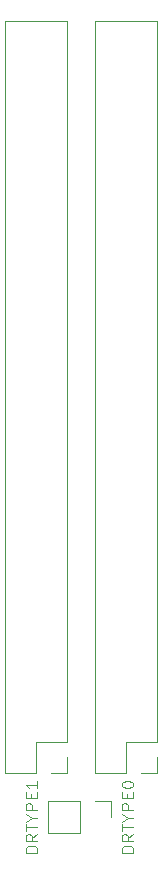
<source format=gbr>
%TF.GenerationSoftware,KiCad,Pcbnew,9.0.4*%
%TF.CreationDate,2025-11-09T10:18:35+13:00*%
%TF.ProjectId,AWS_CPU_Jumper,4157535f-4350-4555-9f4a-756d7065722e,rev?*%
%TF.SameCoordinates,Original*%
%TF.FileFunction,Legend,Top*%
%TF.FilePolarity,Positive*%
%FSLAX46Y46*%
G04 Gerber Fmt 4.6, Leading zero omitted, Abs format (unit mm)*
G04 Created by KiCad (PCBNEW 9.0.4) date 2025-11-09 10:18:35*
%MOMM*%
%LPD*%
G01*
G04 APERTURE LIST*
%ADD10C,0.100000*%
%ADD11C,0.120000*%
G04 APERTURE END LIST*
D10*
X133984419Y-135078115D02*
X132984419Y-135078115D01*
X132984419Y-135078115D02*
X132984419Y-134840020D01*
X132984419Y-134840020D02*
X133032038Y-134697163D01*
X133032038Y-134697163D02*
X133127276Y-134601925D01*
X133127276Y-134601925D02*
X133222514Y-134554306D01*
X133222514Y-134554306D02*
X133412990Y-134506687D01*
X133412990Y-134506687D02*
X133555847Y-134506687D01*
X133555847Y-134506687D02*
X133746323Y-134554306D01*
X133746323Y-134554306D02*
X133841561Y-134601925D01*
X133841561Y-134601925D02*
X133936800Y-134697163D01*
X133936800Y-134697163D02*
X133984419Y-134840020D01*
X133984419Y-134840020D02*
X133984419Y-135078115D01*
X133984419Y-133506687D02*
X133508228Y-133840020D01*
X133984419Y-134078115D02*
X132984419Y-134078115D01*
X132984419Y-134078115D02*
X132984419Y-133697163D01*
X132984419Y-133697163D02*
X133032038Y-133601925D01*
X133032038Y-133601925D02*
X133079657Y-133554306D01*
X133079657Y-133554306D02*
X133174895Y-133506687D01*
X133174895Y-133506687D02*
X133317752Y-133506687D01*
X133317752Y-133506687D02*
X133412990Y-133554306D01*
X133412990Y-133554306D02*
X133460609Y-133601925D01*
X133460609Y-133601925D02*
X133508228Y-133697163D01*
X133508228Y-133697163D02*
X133508228Y-134078115D01*
X132984419Y-133220972D02*
X132984419Y-132649544D01*
X133984419Y-132935258D02*
X132984419Y-132935258D01*
X133508228Y-132125734D02*
X133984419Y-132125734D01*
X132984419Y-132459067D02*
X133508228Y-132125734D01*
X133508228Y-132125734D02*
X132984419Y-131792401D01*
X133984419Y-131459067D02*
X132984419Y-131459067D01*
X132984419Y-131459067D02*
X132984419Y-131078115D01*
X132984419Y-131078115D02*
X133032038Y-130982877D01*
X133032038Y-130982877D02*
X133079657Y-130935258D01*
X133079657Y-130935258D02*
X133174895Y-130887639D01*
X133174895Y-130887639D02*
X133317752Y-130887639D01*
X133317752Y-130887639D02*
X133412990Y-130935258D01*
X133412990Y-130935258D02*
X133460609Y-130982877D01*
X133460609Y-130982877D02*
X133508228Y-131078115D01*
X133508228Y-131078115D02*
X133508228Y-131459067D01*
X133460609Y-130459067D02*
X133460609Y-130125734D01*
X133984419Y-129982877D02*
X133984419Y-130459067D01*
X133984419Y-130459067D02*
X132984419Y-130459067D01*
X132984419Y-130459067D02*
X132984419Y-129982877D01*
X132984419Y-129363829D02*
X132984419Y-129268591D01*
X132984419Y-129268591D02*
X133032038Y-129173353D01*
X133032038Y-129173353D02*
X133079657Y-129125734D01*
X133079657Y-129125734D02*
X133174895Y-129078115D01*
X133174895Y-129078115D02*
X133365371Y-129030496D01*
X133365371Y-129030496D02*
X133603466Y-129030496D01*
X133603466Y-129030496D02*
X133793942Y-129078115D01*
X133793942Y-129078115D02*
X133889180Y-129125734D01*
X133889180Y-129125734D02*
X133936800Y-129173353D01*
X133936800Y-129173353D02*
X133984419Y-129268591D01*
X133984419Y-129268591D02*
X133984419Y-129363829D01*
X133984419Y-129363829D02*
X133936800Y-129459067D01*
X133936800Y-129459067D02*
X133889180Y-129506686D01*
X133889180Y-129506686D02*
X133793942Y-129554305D01*
X133793942Y-129554305D02*
X133603466Y-129601924D01*
X133603466Y-129601924D02*
X133365371Y-129601924D01*
X133365371Y-129601924D02*
X133174895Y-129554305D01*
X133174895Y-129554305D02*
X133079657Y-129506686D01*
X133079657Y-129506686D02*
X133032038Y-129459067D01*
X133032038Y-129459067D02*
X132984419Y-129363829D01*
X125856419Y-135078115D02*
X124856419Y-135078115D01*
X124856419Y-135078115D02*
X124856419Y-134840020D01*
X124856419Y-134840020D02*
X124904038Y-134697163D01*
X124904038Y-134697163D02*
X124999276Y-134601925D01*
X124999276Y-134601925D02*
X125094514Y-134554306D01*
X125094514Y-134554306D02*
X125284990Y-134506687D01*
X125284990Y-134506687D02*
X125427847Y-134506687D01*
X125427847Y-134506687D02*
X125618323Y-134554306D01*
X125618323Y-134554306D02*
X125713561Y-134601925D01*
X125713561Y-134601925D02*
X125808800Y-134697163D01*
X125808800Y-134697163D02*
X125856419Y-134840020D01*
X125856419Y-134840020D02*
X125856419Y-135078115D01*
X125856419Y-133506687D02*
X125380228Y-133840020D01*
X125856419Y-134078115D02*
X124856419Y-134078115D01*
X124856419Y-134078115D02*
X124856419Y-133697163D01*
X124856419Y-133697163D02*
X124904038Y-133601925D01*
X124904038Y-133601925D02*
X124951657Y-133554306D01*
X124951657Y-133554306D02*
X125046895Y-133506687D01*
X125046895Y-133506687D02*
X125189752Y-133506687D01*
X125189752Y-133506687D02*
X125284990Y-133554306D01*
X125284990Y-133554306D02*
X125332609Y-133601925D01*
X125332609Y-133601925D02*
X125380228Y-133697163D01*
X125380228Y-133697163D02*
X125380228Y-134078115D01*
X124856419Y-133220972D02*
X124856419Y-132649544D01*
X125856419Y-132935258D02*
X124856419Y-132935258D01*
X125380228Y-132125734D02*
X125856419Y-132125734D01*
X124856419Y-132459067D02*
X125380228Y-132125734D01*
X125380228Y-132125734D02*
X124856419Y-131792401D01*
X125856419Y-131459067D02*
X124856419Y-131459067D01*
X124856419Y-131459067D02*
X124856419Y-131078115D01*
X124856419Y-131078115D02*
X124904038Y-130982877D01*
X124904038Y-130982877D02*
X124951657Y-130935258D01*
X124951657Y-130935258D02*
X125046895Y-130887639D01*
X125046895Y-130887639D02*
X125189752Y-130887639D01*
X125189752Y-130887639D02*
X125284990Y-130935258D01*
X125284990Y-130935258D02*
X125332609Y-130982877D01*
X125332609Y-130982877D02*
X125380228Y-131078115D01*
X125380228Y-131078115D02*
X125380228Y-131459067D01*
X125332609Y-130459067D02*
X125332609Y-130125734D01*
X125856419Y-129982877D02*
X125856419Y-130459067D01*
X125856419Y-130459067D02*
X124856419Y-130459067D01*
X124856419Y-130459067D02*
X124856419Y-129982877D01*
X125856419Y-129030496D02*
X125856419Y-129601924D01*
X125856419Y-129316210D02*
X124856419Y-129316210D01*
X124856419Y-129316210D02*
X124999276Y-129411448D01*
X124999276Y-129411448D02*
X125094514Y-129506686D01*
X125094514Y-129506686D02*
X125142133Y-129601924D01*
D11*
%TO.C,J1*%
X123080000Y-128380000D02*
X123080000Y-64660000D01*
X125730000Y-125730000D02*
X125730000Y-128380000D01*
X125730000Y-128380000D02*
X123080000Y-128380000D01*
X128380000Y-64660000D02*
X123080000Y-64660000D01*
X128380000Y-125730000D02*
X125730000Y-125730000D01*
X128380000Y-125730000D02*
X128380000Y-64660000D01*
X128380000Y-127000000D02*
X128380000Y-128380000D01*
X128380000Y-128380000D02*
X127000000Y-128380000D01*
%TO.C,J3*%
X126780000Y-130700000D02*
X126780000Y-133460000D01*
X129430000Y-130700000D02*
X126780000Y-130700000D01*
X129430000Y-130700000D02*
X129430000Y-133460000D01*
X129430000Y-133460000D02*
X126780000Y-133460000D01*
X130700000Y-130700000D02*
X132080000Y-130700000D01*
X132080000Y-130700000D02*
X132080000Y-132080000D01*
%TO.C,J2*%
X130700000Y-128380000D02*
X130700000Y-64660000D01*
X133350000Y-125730000D02*
X133350000Y-128380000D01*
X133350000Y-128380000D02*
X130700000Y-128380000D01*
X136000000Y-64660000D02*
X130700000Y-64660000D01*
X136000000Y-125730000D02*
X133350000Y-125730000D01*
X136000000Y-125730000D02*
X136000000Y-64660000D01*
X136000000Y-127000000D02*
X136000000Y-128380000D01*
X136000000Y-128380000D02*
X134620000Y-128380000D01*
%TD*%
M02*

</source>
